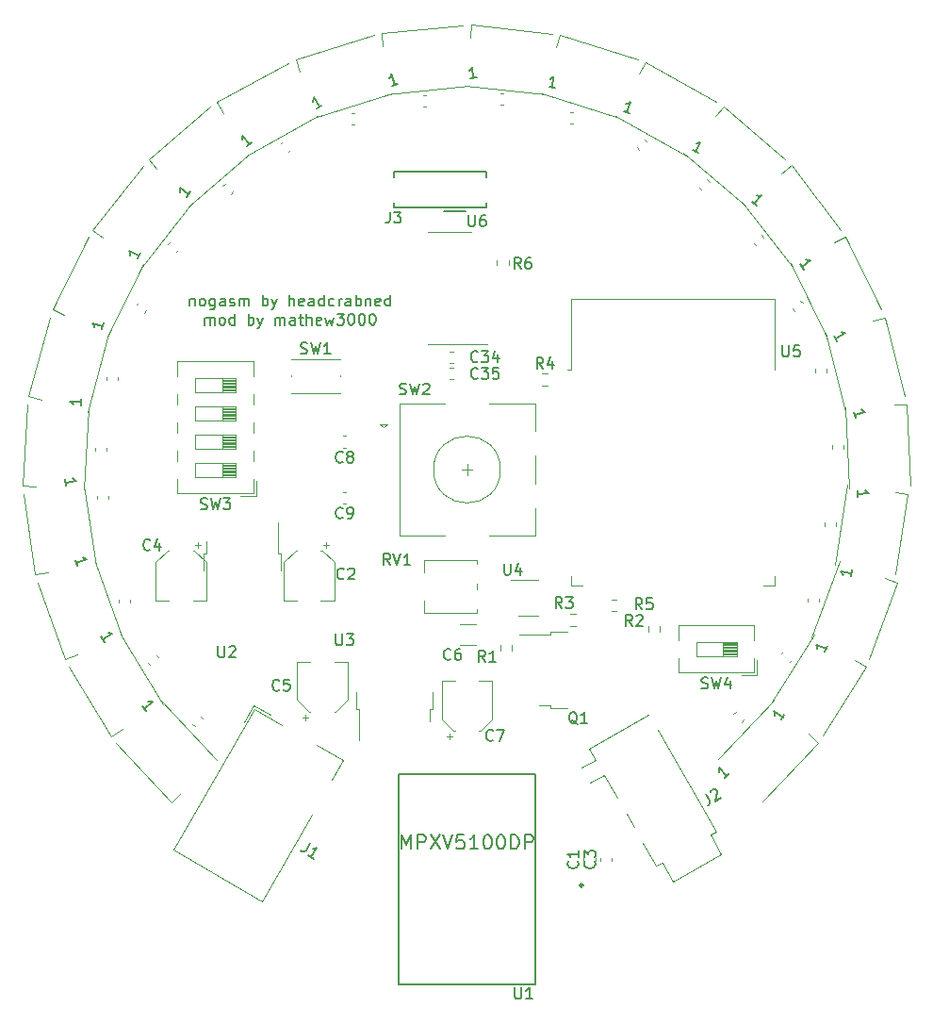
<source format=gbr>
%TF.GenerationSoftware,KiCad,Pcbnew,(5.1.9)-1*%
%TF.CreationDate,2021-08-26T18:25:25+02:00*%
%TF.ProjectId,nogasm,6e6f6761-736d-42e6-9b69-6361645f7063,rev?*%
%TF.SameCoordinates,Original*%
%TF.FileFunction,Legend,Top*%
%TF.FilePolarity,Positive*%
%FSLAX46Y46*%
G04 Gerber Fmt 4.6, Leading zero omitted, Abs format (unit mm)*
G04 Created by KiCad (PCBNEW (5.1.9)-1) date 2021-08-26 18:25:25*
%MOMM*%
%LPD*%
G01*
G04 APERTURE LIST*
%ADD10C,0.200000*%
%ADD11C,0.150000*%
%ADD12C,0.120000*%
%ADD13C,0.250000*%
G04 APERTURE END LIST*
D10*
X115100000Y-74635714D02*
X115100000Y-75302380D01*
X115100000Y-74730952D02*
X115147619Y-74683333D01*
X115242857Y-74635714D01*
X115385714Y-74635714D01*
X115480952Y-74683333D01*
X115528571Y-74778571D01*
X115528571Y-75302380D01*
X116147619Y-75302380D02*
X116052380Y-75254761D01*
X116004761Y-75207142D01*
X115957142Y-75111904D01*
X115957142Y-74826190D01*
X116004761Y-74730952D01*
X116052380Y-74683333D01*
X116147619Y-74635714D01*
X116290476Y-74635714D01*
X116385714Y-74683333D01*
X116433333Y-74730952D01*
X116480952Y-74826190D01*
X116480952Y-75111904D01*
X116433333Y-75207142D01*
X116385714Y-75254761D01*
X116290476Y-75302380D01*
X116147619Y-75302380D01*
X117338095Y-74635714D02*
X117338095Y-75445238D01*
X117290476Y-75540476D01*
X117242857Y-75588095D01*
X117147619Y-75635714D01*
X117004761Y-75635714D01*
X116909523Y-75588095D01*
X117338095Y-75254761D02*
X117242857Y-75302380D01*
X117052380Y-75302380D01*
X116957142Y-75254761D01*
X116909523Y-75207142D01*
X116861904Y-75111904D01*
X116861904Y-74826190D01*
X116909523Y-74730952D01*
X116957142Y-74683333D01*
X117052380Y-74635714D01*
X117242857Y-74635714D01*
X117338095Y-74683333D01*
X118242857Y-75302380D02*
X118242857Y-74778571D01*
X118195238Y-74683333D01*
X118100000Y-74635714D01*
X117909523Y-74635714D01*
X117814285Y-74683333D01*
X118242857Y-75254761D02*
X118147619Y-75302380D01*
X117909523Y-75302380D01*
X117814285Y-75254761D01*
X117766666Y-75159523D01*
X117766666Y-75064285D01*
X117814285Y-74969047D01*
X117909523Y-74921428D01*
X118147619Y-74921428D01*
X118242857Y-74873809D01*
X118671428Y-75254761D02*
X118766666Y-75302380D01*
X118957142Y-75302380D01*
X119052380Y-75254761D01*
X119100000Y-75159523D01*
X119100000Y-75111904D01*
X119052380Y-75016666D01*
X118957142Y-74969047D01*
X118814285Y-74969047D01*
X118719047Y-74921428D01*
X118671428Y-74826190D01*
X118671428Y-74778571D01*
X118719047Y-74683333D01*
X118814285Y-74635714D01*
X118957142Y-74635714D01*
X119052380Y-74683333D01*
X119528571Y-75302380D02*
X119528571Y-74635714D01*
X119528571Y-74730952D02*
X119576190Y-74683333D01*
X119671428Y-74635714D01*
X119814285Y-74635714D01*
X119909523Y-74683333D01*
X119957142Y-74778571D01*
X119957142Y-75302380D01*
X119957142Y-74778571D02*
X120004761Y-74683333D01*
X120100000Y-74635714D01*
X120242857Y-74635714D01*
X120338095Y-74683333D01*
X120385714Y-74778571D01*
X120385714Y-75302380D01*
X121623809Y-75302380D02*
X121623809Y-74302380D01*
X121623809Y-74683333D02*
X121719047Y-74635714D01*
X121909523Y-74635714D01*
X122004761Y-74683333D01*
X122052380Y-74730952D01*
X122100000Y-74826190D01*
X122100000Y-75111904D01*
X122052380Y-75207142D01*
X122004761Y-75254761D01*
X121909523Y-75302380D01*
X121719047Y-75302380D01*
X121623809Y-75254761D01*
X122433333Y-74635714D02*
X122671428Y-75302380D01*
X122909523Y-74635714D02*
X122671428Y-75302380D01*
X122576190Y-75540476D01*
X122528571Y-75588095D01*
X122433333Y-75635714D01*
X124052380Y-75302380D02*
X124052380Y-74302380D01*
X124480952Y-75302380D02*
X124480952Y-74778571D01*
X124433333Y-74683333D01*
X124338095Y-74635714D01*
X124195238Y-74635714D01*
X124100000Y-74683333D01*
X124052380Y-74730952D01*
X125338095Y-75254761D02*
X125242857Y-75302380D01*
X125052380Y-75302380D01*
X124957142Y-75254761D01*
X124909523Y-75159523D01*
X124909523Y-74778571D01*
X124957142Y-74683333D01*
X125052380Y-74635714D01*
X125242857Y-74635714D01*
X125338095Y-74683333D01*
X125385714Y-74778571D01*
X125385714Y-74873809D01*
X124909523Y-74969047D01*
X126242857Y-75302380D02*
X126242857Y-74778571D01*
X126195238Y-74683333D01*
X126100000Y-74635714D01*
X125909523Y-74635714D01*
X125814285Y-74683333D01*
X126242857Y-75254761D02*
X126147619Y-75302380D01*
X125909523Y-75302380D01*
X125814285Y-75254761D01*
X125766666Y-75159523D01*
X125766666Y-75064285D01*
X125814285Y-74969047D01*
X125909523Y-74921428D01*
X126147619Y-74921428D01*
X126242857Y-74873809D01*
X127147619Y-75302380D02*
X127147619Y-74302380D01*
X127147619Y-75254761D02*
X127052380Y-75302380D01*
X126861904Y-75302380D01*
X126766666Y-75254761D01*
X126719047Y-75207142D01*
X126671428Y-75111904D01*
X126671428Y-74826190D01*
X126719047Y-74730952D01*
X126766666Y-74683333D01*
X126861904Y-74635714D01*
X127052380Y-74635714D01*
X127147619Y-74683333D01*
X128052380Y-75254761D02*
X127957142Y-75302380D01*
X127766666Y-75302380D01*
X127671428Y-75254761D01*
X127623809Y-75207142D01*
X127576190Y-75111904D01*
X127576190Y-74826190D01*
X127623809Y-74730952D01*
X127671428Y-74683333D01*
X127766666Y-74635714D01*
X127957142Y-74635714D01*
X128052380Y-74683333D01*
X128480952Y-75302380D02*
X128480952Y-74635714D01*
X128480952Y-74826190D02*
X128528571Y-74730952D01*
X128576190Y-74683333D01*
X128671428Y-74635714D01*
X128766666Y-74635714D01*
X129528571Y-75302380D02*
X129528571Y-74778571D01*
X129480952Y-74683333D01*
X129385714Y-74635714D01*
X129195238Y-74635714D01*
X129100000Y-74683333D01*
X129528571Y-75254761D02*
X129433333Y-75302380D01*
X129195238Y-75302380D01*
X129100000Y-75254761D01*
X129052380Y-75159523D01*
X129052380Y-75064285D01*
X129100000Y-74969047D01*
X129195238Y-74921428D01*
X129433333Y-74921428D01*
X129528571Y-74873809D01*
X130004761Y-75302380D02*
X130004761Y-74302380D01*
X130004761Y-74683333D02*
X130100000Y-74635714D01*
X130290476Y-74635714D01*
X130385714Y-74683333D01*
X130433333Y-74730952D01*
X130480952Y-74826190D01*
X130480952Y-75111904D01*
X130433333Y-75207142D01*
X130385714Y-75254761D01*
X130290476Y-75302380D01*
X130100000Y-75302380D01*
X130004761Y-75254761D01*
X130909523Y-74635714D02*
X130909523Y-75302380D01*
X130909523Y-74730952D02*
X130957142Y-74683333D01*
X131052380Y-74635714D01*
X131195238Y-74635714D01*
X131290476Y-74683333D01*
X131338095Y-74778571D01*
X131338095Y-75302380D01*
X132195238Y-75254761D02*
X132100000Y-75302380D01*
X131909523Y-75302380D01*
X131814285Y-75254761D01*
X131766666Y-75159523D01*
X131766666Y-74778571D01*
X131814285Y-74683333D01*
X131909523Y-74635714D01*
X132100000Y-74635714D01*
X132195238Y-74683333D01*
X132242857Y-74778571D01*
X132242857Y-74873809D01*
X131766666Y-74969047D01*
X133100000Y-75302380D02*
X133100000Y-74302380D01*
X133100000Y-75254761D02*
X133004761Y-75302380D01*
X132814285Y-75302380D01*
X132719047Y-75254761D01*
X132671428Y-75207142D01*
X132623809Y-75111904D01*
X132623809Y-74826190D01*
X132671428Y-74730952D01*
X132719047Y-74683333D01*
X132814285Y-74635714D01*
X133004761Y-74635714D01*
X133100000Y-74683333D01*
X116457142Y-77002380D02*
X116457142Y-76335714D01*
X116457142Y-76430952D02*
X116504761Y-76383333D01*
X116600000Y-76335714D01*
X116742857Y-76335714D01*
X116838095Y-76383333D01*
X116885714Y-76478571D01*
X116885714Y-77002380D01*
X116885714Y-76478571D02*
X116933333Y-76383333D01*
X117028571Y-76335714D01*
X117171428Y-76335714D01*
X117266666Y-76383333D01*
X117314285Y-76478571D01*
X117314285Y-77002380D01*
X117933333Y-77002380D02*
X117838095Y-76954761D01*
X117790476Y-76907142D01*
X117742857Y-76811904D01*
X117742857Y-76526190D01*
X117790476Y-76430952D01*
X117838095Y-76383333D01*
X117933333Y-76335714D01*
X118076190Y-76335714D01*
X118171428Y-76383333D01*
X118219047Y-76430952D01*
X118266666Y-76526190D01*
X118266666Y-76811904D01*
X118219047Y-76907142D01*
X118171428Y-76954761D01*
X118076190Y-77002380D01*
X117933333Y-77002380D01*
X119123809Y-77002380D02*
X119123809Y-76002380D01*
X119123809Y-76954761D02*
X119028571Y-77002380D01*
X118838095Y-77002380D01*
X118742857Y-76954761D01*
X118695238Y-76907142D01*
X118647619Y-76811904D01*
X118647619Y-76526190D01*
X118695238Y-76430952D01*
X118742857Y-76383333D01*
X118838095Y-76335714D01*
X119028571Y-76335714D01*
X119123809Y-76383333D01*
X120361904Y-77002380D02*
X120361904Y-76002380D01*
X120361904Y-76383333D02*
X120457142Y-76335714D01*
X120647619Y-76335714D01*
X120742857Y-76383333D01*
X120790476Y-76430952D01*
X120838095Y-76526190D01*
X120838095Y-76811904D01*
X120790476Y-76907142D01*
X120742857Y-76954761D01*
X120647619Y-77002380D01*
X120457142Y-77002380D01*
X120361904Y-76954761D01*
X121171428Y-76335714D02*
X121409523Y-77002380D01*
X121647619Y-76335714D02*
X121409523Y-77002380D01*
X121314285Y-77240476D01*
X121266666Y-77288095D01*
X121171428Y-77335714D01*
X122790476Y-77002380D02*
X122790476Y-76335714D01*
X122790476Y-76430952D02*
X122838095Y-76383333D01*
X122933333Y-76335714D01*
X123076190Y-76335714D01*
X123171428Y-76383333D01*
X123219047Y-76478571D01*
X123219047Y-77002380D01*
X123219047Y-76478571D02*
X123266666Y-76383333D01*
X123361904Y-76335714D01*
X123504761Y-76335714D01*
X123600000Y-76383333D01*
X123647619Y-76478571D01*
X123647619Y-77002380D01*
X124552380Y-77002380D02*
X124552380Y-76478571D01*
X124504761Y-76383333D01*
X124409523Y-76335714D01*
X124219047Y-76335714D01*
X124123809Y-76383333D01*
X124552380Y-76954761D02*
X124457142Y-77002380D01*
X124219047Y-77002380D01*
X124123809Y-76954761D01*
X124076190Y-76859523D01*
X124076190Y-76764285D01*
X124123809Y-76669047D01*
X124219047Y-76621428D01*
X124457142Y-76621428D01*
X124552380Y-76573809D01*
X124885714Y-76335714D02*
X125266666Y-76335714D01*
X125028571Y-76002380D02*
X125028571Y-76859523D01*
X125076190Y-76954761D01*
X125171428Y-77002380D01*
X125266666Y-77002380D01*
X125600000Y-77002380D02*
X125600000Y-76002380D01*
X126028571Y-77002380D02*
X126028571Y-76478571D01*
X125980952Y-76383333D01*
X125885714Y-76335714D01*
X125742857Y-76335714D01*
X125647619Y-76383333D01*
X125600000Y-76430952D01*
X126885714Y-76954761D02*
X126790476Y-77002380D01*
X126600000Y-77002380D01*
X126504761Y-76954761D01*
X126457142Y-76859523D01*
X126457142Y-76478571D01*
X126504761Y-76383333D01*
X126600000Y-76335714D01*
X126790476Y-76335714D01*
X126885714Y-76383333D01*
X126933333Y-76478571D01*
X126933333Y-76573809D01*
X126457142Y-76669047D01*
X127266666Y-76335714D02*
X127457142Y-77002380D01*
X127647619Y-76526190D01*
X127838095Y-77002380D01*
X128028571Y-76335714D01*
X128314285Y-76002380D02*
X128933333Y-76002380D01*
X128599999Y-76383333D01*
X128742857Y-76383333D01*
X128838095Y-76430952D01*
X128885714Y-76478571D01*
X128933333Y-76573809D01*
X128933333Y-76811904D01*
X128885714Y-76907142D01*
X128838095Y-76954761D01*
X128742857Y-77002380D01*
X128457142Y-77002380D01*
X128361904Y-76954761D01*
X128314285Y-76907142D01*
X129552380Y-76002380D02*
X129647619Y-76002380D01*
X129742857Y-76050000D01*
X129790476Y-76097619D01*
X129838095Y-76192857D01*
X129885714Y-76383333D01*
X129885714Y-76621428D01*
X129838095Y-76811904D01*
X129790476Y-76907142D01*
X129742857Y-76954761D01*
X129647619Y-77002380D01*
X129552380Y-77002380D01*
X129457142Y-76954761D01*
X129409523Y-76907142D01*
X129361904Y-76811904D01*
X129314285Y-76621428D01*
X129314285Y-76383333D01*
X129361904Y-76192857D01*
X129409523Y-76097619D01*
X129457142Y-76050000D01*
X129552380Y-76002380D01*
X130504761Y-76002380D02*
X130599999Y-76002380D01*
X130695238Y-76050000D01*
X130742857Y-76097619D01*
X130790476Y-76192857D01*
X130838095Y-76383333D01*
X130838095Y-76621428D01*
X130790476Y-76811904D01*
X130742857Y-76907142D01*
X130695238Y-76954761D01*
X130599999Y-77002380D01*
X130504761Y-77002380D01*
X130409523Y-76954761D01*
X130361904Y-76907142D01*
X130314285Y-76811904D01*
X130266666Y-76621428D01*
X130266666Y-76383333D01*
X130314285Y-76192857D01*
X130361904Y-76097619D01*
X130409523Y-76050000D01*
X130504761Y-76002380D01*
X131457142Y-76002380D02*
X131552380Y-76002380D01*
X131647619Y-76050000D01*
X131695238Y-76097619D01*
X131742857Y-76192857D01*
X131790476Y-76383333D01*
X131790476Y-76621428D01*
X131742857Y-76811904D01*
X131695238Y-76907142D01*
X131647619Y-76954761D01*
X131552380Y-77002380D01*
X131457142Y-77002380D01*
X131361904Y-76954761D01*
X131314285Y-76907142D01*
X131266666Y-76811904D01*
X131219047Y-76621428D01*
X131219047Y-76383333D01*
X131266666Y-76192857D01*
X131314285Y-76097619D01*
X131361904Y-76050000D01*
X131457142Y-76002380D01*
D11*
%TO.C,J3*%
X139900000Y-66780000D02*
X137900000Y-66780000D01*
X133450000Y-63280000D02*
X133450000Y-63755000D01*
X141750000Y-63280000D02*
X133450000Y-63280000D01*
X141750000Y-63755000D02*
X141750000Y-63280000D01*
X133450000Y-66480000D02*
X133450000Y-66005000D01*
X141750000Y-66480000D02*
X133450000Y-66480000D01*
X141750000Y-66005000D02*
X141750000Y-66480000D01*
D12*
%TO.C,U5*%
X149380000Y-99600000D02*
X149380000Y-100380000D01*
X149380000Y-100380000D02*
X150380000Y-100380000D01*
X167620000Y-99600000D02*
X167620000Y-100380000D01*
X167620000Y-100380000D02*
X166620000Y-100380000D01*
X149380000Y-74635000D02*
X167620000Y-74635000D01*
X167620000Y-74635000D02*
X167620000Y-81055000D01*
X149380000Y-74635000D02*
X149380000Y-81055000D01*
X149380000Y-81055000D02*
X149000000Y-81055000D01*
%TO.C,U6*%
X138400000Y-68640000D02*
X136450000Y-68640000D01*
X138400000Y-68640000D02*
X140350000Y-68640000D01*
X138400000Y-78760000D02*
X136450000Y-78760000D01*
X138400000Y-78760000D02*
X141850000Y-78760000D01*
%TO.C,R6*%
X143722500Y-71162742D02*
X143722500Y-71637258D01*
X142677500Y-71162742D02*
X142677500Y-71637258D01*
%TO.C,C35*%
X138459420Y-80890000D02*
X138740580Y-80890000D01*
X138459420Y-81910000D02*
X138740580Y-81910000D01*
%TO.C,C34*%
X138459420Y-79390000D02*
X138740580Y-79390000D01*
X138459420Y-80410000D02*
X138740580Y-80410000D01*
%TO.C,C7*%
X142260000Y-108940000D02*
X141060000Y-108940000D01*
X137740000Y-108940000D02*
X138940000Y-108940000D01*
X137740000Y-112395563D02*
X137740000Y-108940000D01*
X142260000Y-112395563D02*
X142260000Y-108940000D01*
X141195563Y-113460000D02*
X141060000Y-113460000D01*
X138804437Y-113460000D02*
X138940000Y-113460000D01*
X138804437Y-113460000D02*
X137740000Y-112395563D01*
X141195563Y-113460000D02*
X142260000Y-112395563D01*
X138440000Y-114200000D02*
X138440000Y-113700000D01*
X138190000Y-113950000D02*
X138690000Y-113950000D01*
%TO.C,C5*%
X129260000Y-107240000D02*
X128060000Y-107240000D01*
X124740000Y-107240000D02*
X125940000Y-107240000D01*
X124740000Y-110695563D02*
X124740000Y-107240000D01*
X129260000Y-110695563D02*
X129260000Y-107240000D01*
X128195563Y-111760000D02*
X128060000Y-111760000D01*
X125804437Y-111760000D02*
X125940000Y-111760000D01*
X125804437Y-111760000D02*
X124740000Y-110695563D01*
X128195563Y-111760000D02*
X129260000Y-110695563D01*
X125440000Y-112500000D02*
X125440000Y-112000000D01*
X125190000Y-112250000D02*
X125690000Y-112250000D01*
%TO.C,C4*%
X112040000Y-101760000D02*
X113240000Y-101760000D01*
X116560000Y-101760000D02*
X115360000Y-101760000D01*
X116560000Y-98304437D02*
X116560000Y-101760000D01*
X112040000Y-98304437D02*
X112040000Y-101760000D01*
X113104437Y-97240000D02*
X113240000Y-97240000D01*
X115495563Y-97240000D02*
X115360000Y-97240000D01*
X115495563Y-97240000D02*
X116560000Y-98304437D01*
X113104437Y-97240000D02*
X112040000Y-98304437D01*
X115860000Y-96500000D02*
X115860000Y-97000000D01*
X116110000Y-96750000D02*
X115610000Y-96750000D01*
%TO.C,C2*%
X123540000Y-101760000D02*
X124740000Y-101760000D01*
X128060000Y-101760000D02*
X126860000Y-101760000D01*
X128060000Y-98304437D02*
X128060000Y-101760000D01*
X123540000Y-98304437D02*
X123540000Y-101760000D01*
X124604437Y-97240000D02*
X124740000Y-97240000D01*
X126995563Y-97240000D02*
X126860000Y-97240000D01*
X126995563Y-97240000D02*
X128060000Y-98304437D01*
X124604437Y-97240000D02*
X123540000Y-98304437D01*
X127360000Y-96500000D02*
X127360000Y-97000000D01*
X127610000Y-96750000D02*
X127110000Y-96750000D01*
%TO.C,U4*%
X144600000Y-103110000D02*
X146400000Y-103110000D01*
X146400000Y-99890000D02*
X143950000Y-99890000D01*
%TO.C,U3*%
X130025000Y-109970000D02*
X130025000Y-111470000D01*
X130025000Y-111470000D02*
X130295000Y-111470000D01*
X130295000Y-111470000D02*
X130295000Y-114300000D01*
X136925000Y-109970000D02*
X136925000Y-111470000D01*
X136925000Y-111470000D02*
X136655000Y-111470000D01*
X136655000Y-111470000D02*
X136655000Y-112570000D01*
%TO.C,U2*%
X123250000Y-99030000D02*
X123250000Y-97530000D01*
X123250000Y-97530000D02*
X122980000Y-97530000D01*
X122980000Y-97530000D02*
X122980000Y-94700000D01*
X116350000Y-99030000D02*
X116350000Y-97530000D01*
X116350000Y-97530000D02*
X116620000Y-97530000D01*
X116620000Y-97530000D02*
X116620000Y-96430000D01*
D11*
%TO.C,U1*%
X146159499Y-136263499D02*
X133840500Y-136263499D01*
X133840500Y-117340500D02*
X133840500Y-136263499D01*
X146159499Y-117340500D02*
X133840500Y-117340500D01*
X146159499Y-117340500D02*
X146159499Y-136263499D01*
D13*
X150409499Y-127322000D02*
G75*
G03*
X150409499Y-127322000I-125000J0D01*
G01*
D12*
%TO.C,SW4*%
X165810000Y-108210000D02*
X158990000Y-108210000D01*
X165810000Y-103990000D02*
X158990000Y-103990000D01*
X165810000Y-108210000D02*
X165810000Y-106900000D01*
X165810000Y-105300000D02*
X165810000Y-103990000D01*
X158990000Y-108210000D02*
X158990000Y-106900000D01*
X158990000Y-105300000D02*
X158990000Y-103990000D01*
X166050000Y-108450000D02*
X164667000Y-108450000D01*
X166050000Y-108450000D02*
X166050000Y-107067000D01*
X164210000Y-106735000D02*
X164210000Y-105465000D01*
X164210000Y-105465000D02*
X160590000Y-105465000D01*
X160590000Y-105465000D02*
X160590000Y-106735000D01*
X160590000Y-106735000D02*
X164210000Y-106735000D01*
X164210000Y-106615000D02*
X163003333Y-106615000D01*
X164210000Y-106495000D02*
X163003333Y-106495000D01*
X164210000Y-106375000D02*
X163003333Y-106375000D01*
X164210000Y-106255000D02*
X163003333Y-106255000D01*
X164210000Y-106135000D02*
X163003333Y-106135000D01*
X164210000Y-106015000D02*
X163003333Y-106015000D01*
X164210000Y-105895000D02*
X163003333Y-105895000D01*
X164210000Y-105775000D02*
X163003333Y-105775000D01*
X164210000Y-105655000D02*
X163003333Y-105655000D01*
X164210000Y-105535000D02*
X163003333Y-105535000D01*
X163003333Y-106735000D02*
X163003333Y-105465000D01*
%TO.C,SW3*%
X120810000Y-92120000D02*
X113990000Y-92120000D01*
X120810000Y-80280000D02*
X113990000Y-80280000D01*
X120810000Y-92120000D02*
X120810000Y-90810000D01*
X120810000Y-89210000D02*
X120810000Y-88270000D01*
X120810000Y-86670000D02*
X120810000Y-85730000D01*
X120810000Y-84130000D02*
X120810000Y-83190000D01*
X120810000Y-81590000D02*
X120810000Y-80280000D01*
X113990000Y-81590000D02*
X113990000Y-80280000D01*
X113990000Y-84130000D02*
X113990000Y-83190000D01*
X113990000Y-86670000D02*
X113990000Y-85730000D01*
X113990000Y-92120000D02*
X113990000Y-90810000D01*
X113990000Y-89210000D02*
X113990000Y-88270000D01*
X121050000Y-92360000D02*
X119667000Y-92360000D01*
X121050000Y-92360000D02*
X121050000Y-90977000D01*
X119210000Y-90645000D02*
X119210000Y-89375000D01*
X119210000Y-89375000D02*
X115590000Y-89375000D01*
X115590000Y-89375000D02*
X115590000Y-90645000D01*
X115590000Y-90645000D02*
X119210000Y-90645000D01*
X119210000Y-90525000D02*
X118003333Y-90525000D01*
X119210000Y-90405000D02*
X118003333Y-90405000D01*
X119210000Y-90285000D02*
X118003333Y-90285000D01*
X119210000Y-90165000D02*
X118003333Y-90165000D01*
X119210000Y-90045000D02*
X118003333Y-90045000D01*
X119210000Y-89925000D02*
X118003333Y-89925000D01*
X119210000Y-89805000D02*
X118003333Y-89805000D01*
X119210000Y-89685000D02*
X118003333Y-89685000D01*
X119210000Y-89565000D02*
X118003333Y-89565000D01*
X119210000Y-89445000D02*
X118003333Y-89445000D01*
X118003333Y-90645000D02*
X118003333Y-89375000D01*
X119210000Y-88105000D02*
X119210000Y-86835000D01*
X119210000Y-86835000D02*
X115590000Y-86835000D01*
X115590000Y-86835000D02*
X115590000Y-88105000D01*
X115590000Y-88105000D02*
X119210000Y-88105000D01*
X119210000Y-87985000D02*
X118003333Y-87985000D01*
X119210000Y-87865000D02*
X118003333Y-87865000D01*
X119210000Y-87745000D02*
X118003333Y-87745000D01*
X119210000Y-87625000D02*
X118003333Y-87625000D01*
X119210000Y-87505000D02*
X118003333Y-87505000D01*
X119210000Y-87385000D02*
X118003333Y-87385000D01*
X119210000Y-87265000D02*
X118003333Y-87265000D01*
X119210000Y-87145000D02*
X118003333Y-87145000D01*
X119210000Y-87025000D02*
X118003333Y-87025000D01*
X119210000Y-86905000D02*
X118003333Y-86905000D01*
X118003333Y-88105000D02*
X118003333Y-86835000D01*
X119210000Y-85565000D02*
X119210000Y-84295000D01*
X119210000Y-84295000D02*
X115590000Y-84295000D01*
X115590000Y-84295000D02*
X115590000Y-85565000D01*
X115590000Y-85565000D02*
X119210000Y-85565000D01*
X119210000Y-85445000D02*
X118003333Y-85445000D01*
X119210000Y-85325000D02*
X118003333Y-85325000D01*
X119210000Y-85205000D02*
X118003333Y-85205000D01*
X119210000Y-85085000D02*
X118003333Y-85085000D01*
X119210000Y-84965000D02*
X118003333Y-84965000D01*
X119210000Y-84845000D02*
X118003333Y-84845000D01*
X119210000Y-84725000D02*
X118003333Y-84725000D01*
X119210000Y-84605000D02*
X118003333Y-84605000D01*
X119210000Y-84485000D02*
X118003333Y-84485000D01*
X119210000Y-84365000D02*
X118003333Y-84365000D01*
X118003333Y-85565000D02*
X118003333Y-84295000D01*
X119210000Y-83025000D02*
X119210000Y-81755000D01*
X119210000Y-81755000D02*
X115590000Y-81755000D01*
X115590000Y-81755000D02*
X115590000Y-83025000D01*
X115590000Y-83025000D02*
X119210000Y-83025000D01*
X119210000Y-82905000D02*
X118003333Y-82905000D01*
X119210000Y-82785000D02*
X118003333Y-82785000D01*
X119210000Y-82665000D02*
X118003333Y-82665000D01*
X119210000Y-82545000D02*
X118003333Y-82545000D01*
X119210000Y-82425000D02*
X118003333Y-82425000D01*
X119210000Y-82305000D02*
X118003333Y-82305000D01*
X119210000Y-82185000D02*
X118003333Y-82185000D01*
X119210000Y-82065000D02*
X118003333Y-82065000D01*
X119210000Y-81945000D02*
X118003333Y-81945000D01*
X119210000Y-81825000D02*
X118003333Y-81825000D01*
X118003333Y-83025000D02*
X118003333Y-81755000D01*
%TO.C,SW2*%
X139500000Y-90000000D02*
X140500000Y-90000000D01*
X140000000Y-89500000D02*
X140000000Y-90500000D01*
X146100000Y-93500000D02*
X146100000Y-95900000D01*
X146100000Y-88700000D02*
X146100000Y-91300000D01*
X146100000Y-84100000D02*
X146100000Y-86500000D01*
X132800000Y-85900000D02*
X132500000Y-86200000D01*
X132200000Y-85900000D02*
X132800000Y-85900000D01*
X132500000Y-86200000D02*
X132200000Y-85900000D01*
X133900000Y-84100000D02*
X133900000Y-95900000D01*
X138000000Y-84100000D02*
X133900000Y-84100000D01*
X138000000Y-95900000D02*
X133900000Y-95900000D01*
X146100000Y-95900000D02*
X142000000Y-95900000D01*
X142000000Y-84100000D02*
X146100000Y-84100000D01*
X143000000Y-90000000D02*
G75*
G03*
X143000000Y-90000000I-3000000J0D01*
G01*
%TO.C,SW1*%
X128600000Y-81650000D02*
X128600000Y-81550000D01*
X124200000Y-83150000D02*
X128600000Y-83150000D01*
X128600000Y-80050000D02*
X124200000Y-80050000D01*
X124200000Y-81650000D02*
X124200000Y-81550000D01*
%TO.C,RV1*%
X140870000Y-102540000D02*
X140870000Y-102870000D01*
X140870000Y-98130000D02*
X140870000Y-98461000D01*
X140870000Y-100241000D02*
X140870000Y-100760000D01*
X136130000Y-98130000D02*
X136130000Y-99260000D01*
X136130000Y-101740000D02*
X136130000Y-102870000D01*
X140870000Y-98130000D02*
X136130000Y-98130000D01*
X140870000Y-102870000D02*
X136130000Y-102870000D01*
%TO.C,R5*%
X152962742Y-101677500D02*
X153437258Y-101677500D01*
X152962742Y-102722500D02*
X153437258Y-102722500D01*
%TO.C,R4*%
X146762742Y-81377500D02*
X147237258Y-81377500D01*
X146762742Y-82422500D02*
X147237258Y-82422500D01*
%TO.C,R3*%
X149737258Y-104022500D02*
X149262742Y-104022500D01*
X149737258Y-102977500D02*
X149262742Y-102977500D01*
%TO.C,R2*%
X156277500Y-104537258D02*
X156277500Y-104062742D01*
X157322500Y-104537258D02*
X157322500Y-104062742D01*
%TO.C,R1*%
X142977500Y-106237258D02*
X142977500Y-105762742D01*
X144022500Y-106237258D02*
X144022500Y-105762742D01*
%TO.C,Q1*%
X149030000Y-104550000D02*
X147530000Y-104550000D01*
X147530000Y-104550000D02*
X147530000Y-104820000D01*
X147530000Y-104820000D02*
X144700000Y-104820000D01*
X149030000Y-111450000D02*
X147530000Y-111450000D01*
X147530000Y-111450000D02*
X147530000Y-111180000D01*
X147530000Y-111180000D02*
X146430000Y-111180000D01*
%TO.C,J2*%
X152290321Y-117408623D02*
X151077886Y-118108623D01*
X151515321Y-116066283D02*
X150302886Y-116766283D01*
X157109679Y-113355995D02*
X162372179Y-122470912D01*
X151515321Y-116066283D02*
X150952821Y-115092005D01*
X153490321Y-119487083D02*
X152290321Y-117408623D01*
X154990321Y-122085160D02*
X154315321Y-120916025D01*
X157002821Y-125570912D02*
X155815321Y-123514102D01*
X156322179Y-111992005D02*
X150952821Y-115092005D01*
X157002821Y-125570912D02*
X157522436Y-125270912D01*
X161852564Y-122770912D02*
X162372179Y-122470912D01*
X158522436Y-127002963D02*
X162852564Y-124502963D01*
X157522436Y-125270912D02*
X158522436Y-127002963D01*
X161852564Y-122770912D02*
X162852564Y-124502963D01*
%TO.C,J1*%
X126083717Y-120956922D02*
X121583717Y-128751151D01*
X121583717Y-128751151D02*
X113616283Y-124151151D01*
X113616283Y-124151151D02*
X120916283Y-111507180D01*
X120916283Y-111507180D02*
X123341154Y-112907180D01*
X126458846Y-114707180D02*
X128883717Y-116107180D01*
X128883717Y-116107180D02*
X127883717Y-117839230D01*
X119958437Y-112686218D02*
X120828437Y-111179334D01*
X120828437Y-111179334D02*
X122335321Y-112049334D01*
%TO.C,D24*%
X162522120Y-116002903D02*
X167565561Y-110725243D01*
X166498439Y-119802757D02*
X171541880Y-114525097D01*
X171541880Y-114525097D02*
X170710468Y-113730582D01*
%TO.C,D23*%
X140142772Y-55578503D02*
X132876380Y-56278177D01*
X139615620Y-50103823D02*
X132349228Y-50803497D01*
X132349228Y-50803497D02*
X132459451Y-51948203D01*
%TO.C,D22*%
X167281810Y-110957649D02*
X171161020Y-104773659D01*
X171940980Y-113880341D02*
X175820190Y-107696351D01*
X175820190Y-107696351D02*
X174846000Y-107085243D01*
%TO.C,D21*%
X133234255Y-56248184D02*
X126256966Y-58394678D01*
X131617034Y-50991322D02*
X124639745Y-53137816D01*
X124639745Y-53137816D02*
X124977891Y-54236978D01*
%TO.C,D20*%
X170932895Y-105059783D02*
X173489408Y-98222076D01*
X176084592Y-106985924D02*
X178641105Y-100148217D01*
X178641105Y-100148217D02*
X177563932Y-99745478D01*
%TO.C,D19*%
X126600198Y-58289336D02*
X120197031Y-61794968D01*
X123958969Y-53465032D02*
X117555802Y-56970664D01*
X117555802Y-56970664D02*
X118108059Y-57979382D01*
%TO.C,D18*%
X173027417Y-98548600D02*
X174156803Y-91336493D01*
X178461197Y-99399507D02*
X179590583Y-92187400D01*
X179590583Y-92187400D02*
X178454429Y-92009483D01*
%TO.C,D17*%
X120510411Y-61620555D02*
X114942932Y-66342121D01*
X116953068Y-57425879D02*
X111385589Y-62147445D01*
X111385589Y-62147445D02*
X112129397Y-63024513D01*
%TO.C,D16*%
X174365991Y-91689491D02*
X174022114Y-84397595D01*
X179859886Y-91430405D02*
X179516009Y-84138509D01*
X179516009Y-84138509D02*
X178367285Y-84192682D01*
%TO.C,D15*%
X115212252Y-66105536D02*
X110707890Y-71850161D01*
X110884110Y-62711839D02*
X106379748Y-68456464D01*
X106379748Y-68456464D02*
X107284723Y-69166055D01*
%TO.C,D14*%
X174008753Y-84761155D02*
X172205660Y-77687340D01*
X179338340Y-83402660D02*
X177535247Y-76328845D01*
X177535247Y-76328845D02*
X176420879Y-76612894D01*
%TO.C,D13*%
X110921692Y-71560534D02*
X107664447Y-78093554D01*
X105999553Y-69106446D02*
X102742308Y-75639466D01*
X102742308Y-75639466D02*
X103771483Y-76152594D01*
%TO.C,D12*%
X172267543Y-78044591D02*
X169078890Y-71477819D01*
X177215110Y-75642181D02*
X174026457Y-69075409D01*
X174026457Y-69075409D02*
X172991966Y-69577731D01*
%TO.C,D11*%
X107813069Y-77769842D02*
X105936000Y-84824388D01*
X102498000Y-76355612D02*
X100620931Y-83410158D01*
X100620931Y-83410158D02*
X101732264Y-83705860D01*
%TO.C,D10*%
X169215258Y-71813834D02*
X164771299Y-66022354D01*
X173578701Y-68465646D02*
X169134742Y-62674166D01*
X169134742Y-62674166D02*
X168222386Y-63374242D01*
%TO.C,D9*%
X106011549Y-84475353D02*
X105591331Y-91763249D01*
X100520669Y-84158751D02*
X100100451Y-91446647D01*
X100100451Y-91446647D02*
X101248544Y-91512845D01*
%TO.C,D8*%
X164974328Y-66321401D02*
X159456598Y-61541793D01*
X168575402Y-62164207D02*
X163057672Y-57384599D01*
X163057672Y-57384599D02*
X162304720Y-58253830D01*
%TO.C,D7*%
X105592296Y-91405251D02*
X106646096Y-98628790D01*
X100149904Y-92199210D02*
X101203704Y-99422749D01*
X101203704Y-99422749D02*
X102341659Y-99256739D01*
%TO.C,D6*%
X159718251Y-61814436D02*
X153352145Y-58241945D01*
X162409855Y-57018055D02*
X156043749Y-53445564D01*
X156043749Y-53445564D02*
X155480959Y-54448443D01*
%TO.C,D5*%
X106573407Y-98279905D02*
X109058178Y-105144008D01*
X101401822Y-100151992D02*
X103886593Y-107016095D01*
X103886593Y-107016095D02*
X104967924Y-106624659D01*
%TO.C,D4*%
X153659123Y-58422540D02*
X146704695Y-56203098D01*
X155331305Y-53182902D02*
X148376877Y-50963460D01*
X148376877Y-50963460D02*
X148027238Y-52059021D01*
%TO.C,D3*%
X108910641Y-104817992D02*
X112724880Y-111042266D01*
X104221120Y-107691734D02*
X108035359Y-113916008D01*
X108035359Y-113916008D02*
X109015895Y-113315134D01*
%TO.C,D2*%
X147091107Y-56313293D02*
X139832440Y-55537565D01*
X147675560Y-50844435D02*
X140416893Y-50068707D01*
X140416893Y-50068707D02*
X140294689Y-51212195D01*
%TO.C,D1*%
X112513997Y-110753905D02*
X117501896Y-116084089D01*
X108498104Y-114511911D02*
X113486003Y-119842095D01*
X113486003Y-119842095D02*
X114325690Y-119056330D01*
%TO.C,C33*%
X171610000Y-101559420D02*
X171610000Y-101840580D01*
X170590000Y-101559420D02*
X170590000Y-101840580D01*
%TO.C,C32*%
X155961219Y-60339970D02*
X156160030Y-60538781D01*
X155239970Y-61061219D02*
X155438781Y-61260030D01*
%TO.C,C31*%
X161561219Y-63939970D02*
X161760030Y-64138781D01*
X160839970Y-64661219D02*
X161038781Y-64860030D01*
%TO.C,C30*%
X164860030Y-112461219D02*
X164661219Y-112660030D01*
X164138781Y-111739970D02*
X163939970Y-111938781D01*
%TO.C,C29*%
X142959420Y-56190000D02*
X143240580Y-56190000D01*
X142959420Y-57210000D02*
X143240580Y-57210000D01*
%TO.C,C28*%
X113139970Y-69738781D02*
X113338781Y-69539970D01*
X113861219Y-70460030D02*
X114060030Y-70261219D01*
%TO.C,C27*%
X149259420Y-57890000D02*
X149540580Y-57890000D01*
X149259420Y-58910000D02*
X149540580Y-58910000D01*
%TO.C,C26*%
X136059420Y-56390000D02*
X136340580Y-56390000D01*
X136059420Y-57410000D02*
X136340580Y-57410000D01*
%TO.C,C25*%
X129584420Y-57990000D02*
X129865580Y-57990000D01*
X129584420Y-59010000D02*
X129865580Y-59010000D01*
%TO.C,C24*%
X110287978Y-75190773D02*
X110486789Y-74991962D01*
X111009227Y-75912022D02*
X111208038Y-75713211D01*
%TO.C,C23*%
X123239970Y-60738781D02*
X123438781Y-60539970D01*
X123961219Y-61460030D02*
X124160030Y-61261219D01*
%TO.C,C22*%
X107590000Y-81940580D02*
X107590000Y-81659420D01*
X108610000Y-81940580D02*
X108610000Y-81659420D01*
%TO.C,C21*%
X118039970Y-64538781D02*
X118238781Y-64339970D01*
X118761219Y-65260030D02*
X118960030Y-65061219D01*
%TO.C,C20*%
X172310000Y-80959420D02*
X172310000Y-81240580D01*
X171290000Y-80959420D02*
X171290000Y-81240580D01*
%TO.C,C19*%
X166461219Y-68939970D02*
X166660030Y-69138781D01*
X165739970Y-69661219D02*
X165938781Y-69860030D01*
%TO.C,C18*%
X173810000Y-87834420D02*
X173810000Y-88115580D01*
X172790000Y-87834420D02*
X172790000Y-88115580D01*
%TO.C,C17*%
X173110000Y-94759420D02*
X173110000Y-95040580D01*
X172090000Y-94759420D02*
X172090000Y-95040580D01*
%TO.C,C16*%
X169961219Y-74839970D02*
X170160030Y-75038781D01*
X169239970Y-75561219D02*
X169438781Y-75760030D01*
%TO.C,C15*%
X111538781Y-107560030D02*
X111339970Y-107361219D01*
X112260030Y-106838781D02*
X112061219Y-106639970D01*
%TO.C,C14*%
X169160030Y-107061219D02*
X168961219Y-107260030D01*
X168438781Y-106339970D02*
X168239970Y-106538781D01*
%TO.C,C13*%
X108690000Y-101940580D02*
X108690000Y-101659420D01*
X109710000Y-101940580D02*
X109710000Y-101659420D01*
%TO.C,C12*%
X115538781Y-113060030D02*
X115339970Y-112861219D01*
X116260030Y-112338781D02*
X116061219Y-112139970D01*
%TO.C,C11*%
X106790000Y-92640580D02*
X106790000Y-92359420D01*
X107810000Y-92640580D02*
X107810000Y-92359420D01*
%TO.C,C10*%
X106590000Y-88315580D02*
X106590000Y-88034420D01*
X107610000Y-88315580D02*
X107610000Y-88034420D01*
%TO.C,C9*%
X129140580Y-93010000D02*
X128859420Y-93010000D01*
X129140580Y-91990000D02*
X128859420Y-91990000D01*
%TO.C,C8*%
X129140580Y-88010000D02*
X128859420Y-88010000D01*
X129140580Y-86990000D02*
X128859420Y-86990000D01*
%TO.C,C6*%
X140811252Y-105710000D02*
X139388748Y-105710000D01*
X140811252Y-103890000D02*
X139388748Y-103890000D01*
%TO.C,C3*%
X151990000Y-125140580D02*
X151990000Y-124859420D01*
X153010000Y-125140580D02*
X153010000Y-124859420D01*
%TO.C,C1*%
X150490000Y-125140580D02*
X150490000Y-124859420D01*
X151510000Y-125140580D02*
X151510000Y-124859420D01*
%TO.C,J3*%
D11*
X133066666Y-66852380D02*
X133066666Y-67566666D01*
X133019047Y-67709523D01*
X132923809Y-67804761D01*
X132780952Y-67852380D01*
X132685714Y-67852380D01*
X133447619Y-66852380D02*
X134066666Y-66852380D01*
X133733333Y-67233333D01*
X133876190Y-67233333D01*
X133971428Y-67280952D01*
X134019047Y-67328571D01*
X134066666Y-67423809D01*
X134066666Y-67661904D01*
X134019047Y-67757142D01*
X133971428Y-67804761D01*
X133876190Y-67852380D01*
X133590476Y-67852380D01*
X133495238Y-67804761D01*
X133447619Y-67757142D01*
%TO.C,U5*%
X168338095Y-78852380D02*
X168338095Y-79661904D01*
X168385714Y-79757142D01*
X168433333Y-79804761D01*
X168528571Y-79852380D01*
X168719047Y-79852380D01*
X168814285Y-79804761D01*
X168861904Y-79757142D01*
X168909523Y-79661904D01*
X168909523Y-78852380D01*
X169861904Y-78852380D02*
X169385714Y-78852380D01*
X169338095Y-79328571D01*
X169385714Y-79280952D01*
X169480952Y-79233333D01*
X169719047Y-79233333D01*
X169814285Y-79280952D01*
X169861904Y-79328571D01*
X169909523Y-79423809D01*
X169909523Y-79661904D01*
X169861904Y-79757142D01*
X169814285Y-79804761D01*
X169719047Y-79852380D01*
X169480952Y-79852380D01*
X169385714Y-79804761D01*
X169338095Y-79757142D01*
%TO.C,U6*%
X140138095Y-67152380D02*
X140138095Y-67961904D01*
X140185714Y-68057142D01*
X140233333Y-68104761D01*
X140328571Y-68152380D01*
X140519047Y-68152380D01*
X140614285Y-68104761D01*
X140661904Y-68057142D01*
X140709523Y-67961904D01*
X140709523Y-67152380D01*
X141614285Y-67152380D02*
X141423809Y-67152380D01*
X141328571Y-67200000D01*
X141280952Y-67247619D01*
X141185714Y-67390476D01*
X141138095Y-67580952D01*
X141138095Y-67961904D01*
X141185714Y-68057142D01*
X141233333Y-68104761D01*
X141328571Y-68152380D01*
X141519047Y-68152380D01*
X141614285Y-68104761D01*
X141661904Y-68057142D01*
X141709523Y-67961904D01*
X141709523Y-67723809D01*
X141661904Y-67628571D01*
X141614285Y-67580952D01*
X141519047Y-67533333D01*
X141328571Y-67533333D01*
X141233333Y-67580952D01*
X141185714Y-67628571D01*
X141138095Y-67723809D01*
%TO.C,R6*%
X144833333Y-71952380D02*
X144500000Y-71476190D01*
X144261904Y-71952380D02*
X144261904Y-70952380D01*
X144642857Y-70952380D01*
X144738095Y-71000000D01*
X144785714Y-71047619D01*
X144833333Y-71142857D01*
X144833333Y-71285714D01*
X144785714Y-71380952D01*
X144738095Y-71428571D01*
X144642857Y-71476190D01*
X144261904Y-71476190D01*
X145690476Y-70952380D02*
X145500000Y-70952380D01*
X145404761Y-71000000D01*
X145357142Y-71047619D01*
X145261904Y-71190476D01*
X145214285Y-71380952D01*
X145214285Y-71761904D01*
X145261904Y-71857142D01*
X145309523Y-71904761D01*
X145404761Y-71952380D01*
X145595238Y-71952380D01*
X145690476Y-71904761D01*
X145738095Y-71857142D01*
X145785714Y-71761904D01*
X145785714Y-71523809D01*
X145738095Y-71428571D01*
X145690476Y-71380952D01*
X145595238Y-71333333D01*
X145404761Y-71333333D01*
X145309523Y-71380952D01*
X145261904Y-71428571D01*
X145214285Y-71523809D01*
%TO.C,C35*%
X140957142Y-81757142D02*
X140909523Y-81804761D01*
X140766666Y-81852380D01*
X140671428Y-81852380D01*
X140528571Y-81804761D01*
X140433333Y-81709523D01*
X140385714Y-81614285D01*
X140338095Y-81423809D01*
X140338095Y-81280952D01*
X140385714Y-81090476D01*
X140433333Y-80995238D01*
X140528571Y-80900000D01*
X140671428Y-80852380D01*
X140766666Y-80852380D01*
X140909523Y-80900000D01*
X140957142Y-80947619D01*
X141290476Y-80852380D02*
X141909523Y-80852380D01*
X141576190Y-81233333D01*
X141719047Y-81233333D01*
X141814285Y-81280952D01*
X141861904Y-81328571D01*
X141909523Y-81423809D01*
X141909523Y-81661904D01*
X141861904Y-81757142D01*
X141814285Y-81804761D01*
X141719047Y-81852380D01*
X141433333Y-81852380D01*
X141338095Y-81804761D01*
X141290476Y-81757142D01*
X142814285Y-80852380D02*
X142338095Y-80852380D01*
X142290476Y-81328571D01*
X142338095Y-81280952D01*
X142433333Y-81233333D01*
X142671428Y-81233333D01*
X142766666Y-81280952D01*
X142814285Y-81328571D01*
X142861904Y-81423809D01*
X142861904Y-81661904D01*
X142814285Y-81757142D01*
X142766666Y-81804761D01*
X142671428Y-81852380D01*
X142433333Y-81852380D01*
X142338095Y-81804761D01*
X142290476Y-81757142D01*
%TO.C,C34*%
X140957142Y-80257142D02*
X140909523Y-80304761D01*
X140766666Y-80352380D01*
X140671428Y-80352380D01*
X140528571Y-80304761D01*
X140433333Y-80209523D01*
X140385714Y-80114285D01*
X140338095Y-79923809D01*
X140338095Y-79780952D01*
X140385714Y-79590476D01*
X140433333Y-79495238D01*
X140528571Y-79400000D01*
X140671428Y-79352380D01*
X140766666Y-79352380D01*
X140909523Y-79400000D01*
X140957142Y-79447619D01*
X141290476Y-79352380D02*
X141909523Y-79352380D01*
X141576190Y-79733333D01*
X141719047Y-79733333D01*
X141814285Y-79780952D01*
X141861904Y-79828571D01*
X141909523Y-79923809D01*
X141909523Y-80161904D01*
X141861904Y-80257142D01*
X141814285Y-80304761D01*
X141719047Y-80352380D01*
X141433333Y-80352380D01*
X141338095Y-80304761D01*
X141290476Y-80257142D01*
X142766666Y-79685714D02*
X142766666Y-80352380D01*
X142528571Y-79304761D02*
X142290476Y-80019047D01*
X142909523Y-80019047D01*
%TO.C,C7*%
X142333333Y-114257142D02*
X142285714Y-114304761D01*
X142142857Y-114352380D01*
X142047619Y-114352380D01*
X141904761Y-114304761D01*
X141809523Y-114209523D01*
X141761904Y-114114285D01*
X141714285Y-113923809D01*
X141714285Y-113780952D01*
X141761904Y-113590476D01*
X141809523Y-113495238D01*
X141904761Y-113400000D01*
X142047619Y-113352380D01*
X142142857Y-113352380D01*
X142285714Y-113400000D01*
X142333333Y-113447619D01*
X142666666Y-113352380D02*
X143333333Y-113352380D01*
X142904761Y-114352380D01*
%TO.C,C5*%
X123133333Y-109757142D02*
X123085714Y-109804761D01*
X122942857Y-109852380D01*
X122847619Y-109852380D01*
X122704761Y-109804761D01*
X122609523Y-109709523D01*
X122561904Y-109614285D01*
X122514285Y-109423809D01*
X122514285Y-109280952D01*
X122561904Y-109090476D01*
X122609523Y-108995238D01*
X122704761Y-108900000D01*
X122847619Y-108852380D01*
X122942857Y-108852380D01*
X123085714Y-108900000D01*
X123133333Y-108947619D01*
X124038095Y-108852380D02*
X123561904Y-108852380D01*
X123514285Y-109328571D01*
X123561904Y-109280952D01*
X123657142Y-109233333D01*
X123895238Y-109233333D01*
X123990476Y-109280952D01*
X124038095Y-109328571D01*
X124085714Y-109423809D01*
X124085714Y-109661904D01*
X124038095Y-109757142D01*
X123990476Y-109804761D01*
X123895238Y-109852380D01*
X123657142Y-109852380D01*
X123561904Y-109804761D01*
X123514285Y-109757142D01*
%TO.C,C4*%
X111533333Y-97157142D02*
X111485714Y-97204761D01*
X111342857Y-97252380D01*
X111247619Y-97252380D01*
X111104761Y-97204761D01*
X111009523Y-97109523D01*
X110961904Y-97014285D01*
X110914285Y-96823809D01*
X110914285Y-96680952D01*
X110961904Y-96490476D01*
X111009523Y-96395238D01*
X111104761Y-96300000D01*
X111247619Y-96252380D01*
X111342857Y-96252380D01*
X111485714Y-96300000D01*
X111533333Y-96347619D01*
X112390476Y-96585714D02*
X112390476Y-97252380D01*
X112152380Y-96204761D02*
X111914285Y-96919047D01*
X112533333Y-96919047D01*
%TO.C,C2*%
X128933333Y-99757142D02*
X128885714Y-99804761D01*
X128742857Y-99852380D01*
X128647619Y-99852380D01*
X128504761Y-99804761D01*
X128409523Y-99709523D01*
X128361904Y-99614285D01*
X128314285Y-99423809D01*
X128314285Y-99280952D01*
X128361904Y-99090476D01*
X128409523Y-98995238D01*
X128504761Y-98900000D01*
X128647619Y-98852380D01*
X128742857Y-98852380D01*
X128885714Y-98900000D01*
X128933333Y-98947619D01*
X129314285Y-98947619D02*
X129361904Y-98900000D01*
X129457142Y-98852380D01*
X129695238Y-98852380D01*
X129790476Y-98900000D01*
X129838095Y-98947619D01*
X129885714Y-99042857D01*
X129885714Y-99138095D01*
X129838095Y-99280952D01*
X129266666Y-99852380D01*
X129885714Y-99852380D01*
%TO.C,U4*%
X143338095Y-98452380D02*
X143338095Y-99261904D01*
X143385714Y-99357142D01*
X143433333Y-99404761D01*
X143528571Y-99452380D01*
X143719047Y-99452380D01*
X143814285Y-99404761D01*
X143861904Y-99357142D01*
X143909523Y-99261904D01*
X143909523Y-98452380D01*
X144814285Y-98785714D02*
X144814285Y-99452380D01*
X144576190Y-98404761D02*
X144338095Y-99119047D01*
X144957142Y-99119047D01*
%TO.C,U3*%
X128213095Y-104752380D02*
X128213095Y-105561904D01*
X128260714Y-105657142D01*
X128308333Y-105704761D01*
X128403571Y-105752380D01*
X128594047Y-105752380D01*
X128689285Y-105704761D01*
X128736904Y-105657142D01*
X128784523Y-105561904D01*
X128784523Y-104752380D01*
X129165476Y-104752380D02*
X129784523Y-104752380D01*
X129451190Y-105133333D01*
X129594047Y-105133333D01*
X129689285Y-105180952D01*
X129736904Y-105228571D01*
X129784523Y-105323809D01*
X129784523Y-105561904D01*
X129736904Y-105657142D01*
X129689285Y-105704761D01*
X129594047Y-105752380D01*
X129308333Y-105752380D01*
X129213095Y-105704761D01*
X129165476Y-105657142D01*
%TO.C,U2*%
X117638095Y-105852380D02*
X117638095Y-106661904D01*
X117685714Y-106757142D01*
X117733333Y-106804761D01*
X117828571Y-106852380D01*
X118019047Y-106852380D01*
X118114285Y-106804761D01*
X118161904Y-106757142D01*
X118209523Y-106661904D01*
X118209523Y-105852380D01*
X118638095Y-105947619D02*
X118685714Y-105900000D01*
X118780952Y-105852380D01*
X119019047Y-105852380D01*
X119114285Y-105900000D01*
X119161904Y-105947619D01*
X119209523Y-106042857D01*
X119209523Y-106138095D01*
X119161904Y-106280952D01*
X118590476Y-106852380D01*
X119209523Y-106852380D01*
%TO.C,U1*%
X144300094Y-136515879D02*
X144300094Y-137325403D01*
X144347713Y-137420641D01*
X144395332Y-137468260D01*
X144490570Y-137515879D01*
X144681046Y-137515879D01*
X144776284Y-137468260D01*
X144823903Y-137420641D01*
X144871522Y-137325403D01*
X144871522Y-136515879D01*
X145871522Y-137515879D02*
X145300094Y-137515879D01*
X145585808Y-137515879D02*
X145585808Y-136515879D01*
X145490570Y-136658737D01*
X145395332Y-136753975D01*
X145300094Y-136801594D01*
X134103571Y-124074523D02*
X134103571Y-122804523D01*
X134526904Y-123711666D01*
X134950238Y-122804523D01*
X134950238Y-124074523D01*
X135555000Y-124074523D02*
X135555000Y-122804523D01*
X136038809Y-122804523D01*
X136159761Y-122865000D01*
X136220238Y-122925476D01*
X136280714Y-123046428D01*
X136280714Y-123227857D01*
X136220238Y-123348809D01*
X136159761Y-123409285D01*
X136038809Y-123469761D01*
X135555000Y-123469761D01*
X136704047Y-122804523D02*
X137550714Y-124074523D01*
X137550714Y-122804523D02*
X136704047Y-124074523D01*
X137853095Y-122804523D02*
X138276428Y-124074523D01*
X138699761Y-122804523D01*
X139727857Y-122804523D02*
X139123095Y-122804523D01*
X139062619Y-123409285D01*
X139123095Y-123348809D01*
X139244047Y-123288333D01*
X139546428Y-123288333D01*
X139667380Y-123348809D01*
X139727857Y-123409285D01*
X139788333Y-123530238D01*
X139788333Y-123832619D01*
X139727857Y-123953571D01*
X139667380Y-124014047D01*
X139546428Y-124074523D01*
X139244047Y-124074523D01*
X139123095Y-124014047D01*
X139062619Y-123953571D01*
X140997857Y-124074523D02*
X140272142Y-124074523D01*
X140635000Y-124074523D02*
X140635000Y-122804523D01*
X140514047Y-122985952D01*
X140393095Y-123106904D01*
X140272142Y-123167380D01*
X141784047Y-122804523D02*
X141905000Y-122804523D01*
X142025952Y-122865000D01*
X142086428Y-122925476D01*
X142146904Y-123046428D01*
X142207380Y-123288333D01*
X142207380Y-123590714D01*
X142146904Y-123832619D01*
X142086428Y-123953571D01*
X142025952Y-124014047D01*
X141905000Y-124074523D01*
X141784047Y-124074523D01*
X141663095Y-124014047D01*
X141602619Y-123953571D01*
X141542142Y-123832619D01*
X141481666Y-123590714D01*
X141481666Y-123288333D01*
X141542142Y-123046428D01*
X141602619Y-122925476D01*
X141663095Y-122865000D01*
X141784047Y-122804523D01*
X142993571Y-122804523D02*
X143114523Y-122804523D01*
X143235476Y-122865000D01*
X143295952Y-122925476D01*
X143356428Y-123046428D01*
X143416904Y-123288333D01*
X143416904Y-123590714D01*
X143356428Y-123832619D01*
X143295952Y-123953571D01*
X143235476Y-124014047D01*
X143114523Y-124074523D01*
X142993571Y-124074523D01*
X142872619Y-124014047D01*
X142812142Y-123953571D01*
X142751666Y-123832619D01*
X142691190Y-123590714D01*
X142691190Y-123288333D01*
X142751666Y-123046428D01*
X142812142Y-122925476D01*
X142872619Y-122865000D01*
X142993571Y-122804523D01*
X143961190Y-124074523D02*
X143961190Y-122804523D01*
X144263571Y-122804523D01*
X144445000Y-122865000D01*
X144565952Y-122985952D01*
X144626428Y-123106904D01*
X144686904Y-123348809D01*
X144686904Y-123530238D01*
X144626428Y-123772142D01*
X144565952Y-123893095D01*
X144445000Y-124014047D01*
X144263571Y-124074523D01*
X143961190Y-124074523D01*
X145231190Y-124074523D02*
X145231190Y-122804523D01*
X145715000Y-122804523D01*
X145835952Y-122865000D01*
X145896428Y-122925476D01*
X145956904Y-123046428D01*
X145956904Y-123227857D01*
X145896428Y-123348809D01*
X145835952Y-123409285D01*
X145715000Y-123469761D01*
X145231190Y-123469761D01*
%TO.C,SW4*%
X161066666Y-109614761D02*
X161209523Y-109662380D01*
X161447619Y-109662380D01*
X161542857Y-109614761D01*
X161590476Y-109567142D01*
X161638095Y-109471904D01*
X161638095Y-109376666D01*
X161590476Y-109281428D01*
X161542857Y-109233809D01*
X161447619Y-109186190D01*
X161257142Y-109138571D01*
X161161904Y-109090952D01*
X161114285Y-109043333D01*
X161066666Y-108948095D01*
X161066666Y-108852857D01*
X161114285Y-108757619D01*
X161161904Y-108710000D01*
X161257142Y-108662380D01*
X161495238Y-108662380D01*
X161638095Y-108710000D01*
X161971428Y-108662380D02*
X162209523Y-109662380D01*
X162400000Y-108948095D01*
X162590476Y-109662380D01*
X162828571Y-108662380D01*
X163638095Y-108995714D02*
X163638095Y-109662380D01*
X163400000Y-108614761D02*
X163161904Y-109329047D01*
X163780952Y-109329047D01*
%TO.C,SW3*%
X116066666Y-93524761D02*
X116209523Y-93572380D01*
X116447619Y-93572380D01*
X116542857Y-93524761D01*
X116590476Y-93477142D01*
X116638095Y-93381904D01*
X116638095Y-93286666D01*
X116590476Y-93191428D01*
X116542857Y-93143809D01*
X116447619Y-93096190D01*
X116257142Y-93048571D01*
X116161904Y-93000952D01*
X116114285Y-92953333D01*
X116066666Y-92858095D01*
X116066666Y-92762857D01*
X116114285Y-92667619D01*
X116161904Y-92620000D01*
X116257142Y-92572380D01*
X116495238Y-92572380D01*
X116638095Y-92620000D01*
X116971428Y-92572380D02*
X117209523Y-93572380D01*
X117400000Y-92858095D01*
X117590476Y-93572380D01*
X117828571Y-92572380D01*
X118114285Y-92572380D02*
X118733333Y-92572380D01*
X118400000Y-92953333D01*
X118542857Y-92953333D01*
X118638095Y-93000952D01*
X118685714Y-93048571D01*
X118733333Y-93143809D01*
X118733333Y-93381904D01*
X118685714Y-93477142D01*
X118638095Y-93524761D01*
X118542857Y-93572380D01*
X118257142Y-93572380D01*
X118161904Y-93524761D01*
X118114285Y-93477142D01*
%TO.C,SW2*%
X133966666Y-83204761D02*
X134109523Y-83252380D01*
X134347619Y-83252380D01*
X134442857Y-83204761D01*
X134490476Y-83157142D01*
X134538095Y-83061904D01*
X134538095Y-82966666D01*
X134490476Y-82871428D01*
X134442857Y-82823809D01*
X134347619Y-82776190D01*
X134157142Y-82728571D01*
X134061904Y-82680952D01*
X134014285Y-82633333D01*
X133966666Y-82538095D01*
X133966666Y-82442857D01*
X134014285Y-82347619D01*
X134061904Y-82300000D01*
X134157142Y-82252380D01*
X134395238Y-82252380D01*
X134538095Y-82300000D01*
X134871428Y-82252380D02*
X135109523Y-83252380D01*
X135300000Y-82538095D01*
X135490476Y-83252380D01*
X135728571Y-82252380D01*
X136061904Y-82347619D02*
X136109523Y-82300000D01*
X136204761Y-82252380D01*
X136442857Y-82252380D01*
X136538095Y-82300000D01*
X136585714Y-82347619D01*
X136633333Y-82442857D01*
X136633333Y-82538095D01*
X136585714Y-82680952D01*
X136014285Y-83252380D01*
X136633333Y-83252380D01*
%TO.C,SW1*%
X125066666Y-79554761D02*
X125209523Y-79602380D01*
X125447619Y-79602380D01*
X125542857Y-79554761D01*
X125590476Y-79507142D01*
X125638095Y-79411904D01*
X125638095Y-79316666D01*
X125590476Y-79221428D01*
X125542857Y-79173809D01*
X125447619Y-79126190D01*
X125257142Y-79078571D01*
X125161904Y-79030952D01*
X125114285Y-78983333D01*
X125066666Y-78888095D01*
X125066666Y-78792857D01*
X125114285Y-78697619D01*
X125161904Y-78650000D01*
X125257142Y-78602380D01*
X125495238Y-78602380D01*
X125638095Y-78650000D01*
X125971428Y-78602380D02*
X126209523Y-79602380D01*
X126400000Y-78888095D01*
X126590476Y-79602380D01*
X126828571Y-78602380D01*
X127733333Y-79602380D02*
X127161904Y-79602380D01*
X127447619Y-79602380D02*
X127447619Y-78602380D01*
X127352380Y-78745238D01*
X127257142Y-78840476D01*
X127161904Y-78888095D01*
%TO.C,RV1*%
X133104761Y-98552380D02*
X132771428Y-98076190D01*
X132533333Y-98552380D02*
X132533333Y-97552380D01*
X132914285Y-97552380D01*
X133009523Y-97600000D01*
X133057142Y-97647619D01*
X133104761Y-97742857D01*
X133104761Y-97885714D01*
X133057142Y-97980952D01*
X133009523Y-98028571D01*
X132914285Y-98076190D01*
X132533333Y-98076190D01*
X133390476Y-97552380D02*
X133723809Y-98552380D01*
X134057142Y-97552380D01*
X134914285Y-98552380D02*
X134342857Y-98552380D01*
X134628571Y-98552380D02*
X134628571Y-97552380D01*
X134533333Y-97695238D01*
X134438095Y-97790476D01*
X134342857Y-97838095D01*
%TO.C,R5*%
X155733333Y-102552380D02*
X155400000Y-102076190D01*
X155161904Y-102552380D02*
X155161904Y-101552380D01*
X155542857Y-101552380D01*
X155638095Y-101600000D01*
X155685714Y-101647619D01*
X155733333Y-101742857D01*
X155733333Y-101885714D01*
X155685714Y-101980952D01*
X155638095Y-102028571D01*
X155542857Y-102076190D01*
X155161904Y-102076190D01*
X156638095Y-101552380D02*
X156161904Y-101552380D01*
X156114285Y-102028571D01*
X156161904Y-101980952D01*
X156257142Y-101933333D01*
X156495238Y-101933333D01*
X156590476Y-101980952D01*
X156638095Y-102028571D01*
X156685714Y-102123809D01*
X156685714Y-102361904D01*
X156638095Y-102457142D01*
X156590476Y-102504761D01*
X156495238Y-102552380D01*
X156257142Y-102552380D01*
X156161904Y-102504761D01*
X156114285Y-102457142D01*
%TO.C,R4*%
X146833333Y-80922380D02*
X146500000Y-80446190D01*
X146261904Y-80922380D02*
X146261904Y-79922380D01*
X146642857Y-79922380D01*
X146738095Y-79970000D01*
X146785714Y-80017619D01*
X146833333Y-80112857D01*
X146833333Y-80255714D01*
X146785714Y-80350952D01*
X146738095Y-80398571D01*
X146642857Y-80446190D01*
X146261904Y-80446190D01*
X147690476Y-80255714D02*
X147690476Y-80922380D01*
X147452380Y-79874761D02*
X147214285Y-80589047D01*
X147833333Y-80589047D01*
%TO.C,R3*%
X148533333Y-102452380D02*
X148200000Y-101976190D01*
X147961904Y-102452380D02*
X147961904Y-101452380D01*
X148342857Y-101452380D01*
X148438095Y-101500000D01*
X148485714Y-101547619D01*
X148533333Y-101642857D01*
X148533333Y-101785714D01*
X148485714Y-101880952D01*
X148438095Y-101928571D01*
X148342857Y-101976190D01*
X147961904Y-101976190D01*
X148866666Y-101452380D02*
X149485714Y-101452380D01*
X149152380Y-101833333D01*
X149295238Y-101833333D01*
X149390476Y-101880952D01*
X149438095Y-101928571D01*
X149485714Y-102023809D01*
X149485714Y-102261904D01*
X149438095Y-102357142D01*
X149390476Y-102404761D01*
X149295238Y-102452380D01*
X149009523Y-102452380D01*
X148914285Y-102404761D01*
X148866666Y-102357142D01*
%TO.C,R2*%
X154833333Y-104052380D02*
X154500000Y-103576190D01*
X154261904Y-104052380D02*
X154261904Y-103052380D01*
X154642857Y-103052380D01*
X154738095Y-103100000D01*
X154785714Y-103147619D01*
X154833333Y-103242857D01*
X154833333Y-103385714D01*
X154785714Y-103480952D01*
X154738095Y-103528571D01*
X154642857Y-103576190D01*
X154261904Y-103576190D01*
X155214285Y-103147619D02*
X155261904Y-103100000D01*
X155357142Y-103052380D01*
X155595238Y-103052380D01*
X155690476Y-103100000D01*
X155738095Y-103147619D01*
X155785714Y-103242857D01*
X155785714Y-103338095D01*
X155738095Y-103480952D01*
X155166666Y-104052380D01*
X155785714Y-104052380D01*
%TO.C,R1*%
X141633333Y-107252380D02*
X141300000Y-106776190D01*
X141061904Y-107252380D02*
X141061904Y-106252380D01*
X141442857Y-106252380D01*
X141538095Y-106300000D01*
X141585714Y-106347619D01*
X141633333Y-106442857D01*
X141633333Y-106585714D01*
X141585714Y-106680952D01*
X141538095Y-106728571D01*
X141442857Y-106776190D01*
X141061904Y-106776190D01*
X142585714Y-107252380D02*
X142014285Y-107252380D01*
X142300000Y-107252380D02*
X142300000Y-106252380D01*
X142204761Y-106395238D01*
X142109523Y-106490476D01*
X142014285Y-106538095D01*
%TO.C,Q1*%
X149904761Y-112847619D02*
X149809523Y-112800000D01*
X149714285Y-112704761D01*
X149571428Y-112561904D01*
X149476190Y-112514285D01*
X149380952Y-112514285D01*
X149428571Y-112752380D02*
X149333333Y-112704761D01*
X149238095Y-112609523D01*
X149190476Y-112419047D01*
X149190476Y-112085714D01*
X149238095Y-111895238D01*
X149333333Y-111800000D01*
X149428571Y-111752380D01*
X149619047Y-111752380D01*
X149714285Y-111800000D01*
X149809523Y-111895238D01*
X149857142Y-112085714D01*
X149857142Y-112419047D01*
X149809523Y-112609523D01*
X149714285Y-112704761D01*
X149619047Y-112752380D01*
X149428571Y-112752380D01*
X150809523Y-112752380D02*
X150238095Y-112752380D01*
X150523809Y-112752380D02*
X150523809Y-111752380D01*
X150428571Y-111895238D01*
X150333333Y-111990476D01*
X150238095Y-112038095D01*
%TO.C,J2*%
X161437515Y-119092414D02*
X161794658Y-119711004D01*
X161824847Y-119858531D01*
X161789987Y-119988629D01*
X161690079Y-120101297D01*
X161607600Y-120148916D01*
X161856288Y-118960607D02*
X161873717Y-118895558D01*
X161932387Y-118806700D01*
X162138583Y-118687652D01*
X162244871Y-118681273D01*
X162309920Y-118698702D01*
X162398778Y-118757371D01*
X162446397Y-118839850D01*
X162476587Y-118987377D01*
X162267429Y-119767963D01*
X162803540Y-119458440D01*
%TO.C,J1*%
X125885135Y-123559081D02*
X125527992Y-124177670D01*
X125415324Y-124277579D01*
X125285226Y-124312438D01*
X125137699Y-124282249D01*
X125055220Y-124234630D01*
X126251160Y-124925106D02*
X125756289Y-124639392D01*
X126003724Y-124782249D02*
X126503724Y-123916224D01*
X126349817Y-123992323D01*
X126219720Y-124027182D01*
X126113431Y-124020802D01*
%TO.C,D24*%
X163532542Y-117264882D02*
X163137752Y-117678006D01*
X163335147Y-117471444D02*
X162612180Y-116780561D01*
X162649663Y-116948113D01*
X162652718Y-117082765D01*
X162621347Y-117184518D01*
%TO.C,D23*%
X140858004Y-54808787D02*
X140289206Y-54863556D01*
X140573605Y-54836172D02*
X140477760Y-53840776D01*
X140396652Y-53992103D01*
X140310981Y-54096031D01*
X140220745Y-54152559D01*
%TO.C,D22*%
X168525350Y-111990677D02*
X168221694Y-112474747D01*
X168373522Y-112232712D02*
X167526400Y-111701314D01*
X167596808Y-111857906D01*
X167626877Y-111989194D01*
X167616607Y-112095177D01*
%TO.C,D21*%
X133780107Y-55350372D02*
X133233940Y-55518395D01*
X133507024Y-55434383D02*
X133212983Y-54478590D01*
X133163961Y-54643136D01*
X133100937Y-54762167D01*
X133023911Y-54835685D01*
%TO.C,D20*%
X172358755Y-105821664D02*
X172158637Y-106356905D01*
X172258696Y-106089285D02*
X171322024Y-105739077D01*
X171422481Y-105878314D01*
X171478335Y-106000874D01*
X171489585Y-106106757D01*
%TO.C,D19*%
X126954371Y-57300103D02*
X126453144Y-57574516D01*
X126703757Y-57437310D02*
X126223534Y-56560164D01*
X126208600Y-56731206D01*
X126170797Y-56860479D01*
X126110127Y-56947983D01*
%TO.C,D18*%
X174577353Y-99008210D02*
X174488947Y-99572759D01*
X174533150Y-99290485D02*
X173545190Y-99135774D01*
X173671593Y-99251967D01*
X173750950Y-99360793D01*
X173783261Y-99462251D01*
%TO.C,D17*%
X120658437Y-60580311D02*
X120222627Y-60949905D01*
X120440532Y-60765108D02*
X119793742Y-60002440D01*
X119813506Y-60172991D01*
X119802470Y-60307226D01*
X119760634Y-60405142D01*
%TO.C,D16*%
X175099848Y-92441470D02*
X175072930Y-91870675D01*
X175086389Y-92156073D02*
X176085279Y-92108966D01*
X175938094Y-92020563D01*
X175838475Y-91929917D01*
X175786423Y-91837028D01*
%TO.C,D15*%
X115148085Y-65056773D02*
X114795493Y-65506450D01*
X114971789Y-65281612D02*
X114184854Y-64664576D01*
X114238508Y-64827670D01*
X114254689Y-64961382D01*
X114233397Y-65065710D01*
%TO.C,D14*%
X174878827Y-85350213D02*
X174737685Y-84796490D01*
X174808256Y-85073351D02*
X175777272Y-84826352D01*
X175615317Y-84769350D01*
X175499507Y-84700587D01*
X175429839Y-84620062D01*
%TO.C,D13*%
X110647952Y-70546094D02*
X110392982Y-71057485D01*
X110520467Y-70801790D02*
X109625532Y-70355592D01*
X109710885Y-70504566D01*
X109753622Y-70632293D01*
X109753743Y-70738773D01*
%TO.C,D12*%
X173238292Y-78446665D02*
X172988691Y-77932632D01*
X173113492Y-78189648D02*
X174013049Y-77752847D01*
X173842941Y-77729575D01*
X173715669Y-77685503D01*
X173631232Y-77620631D01*
%TO.C,D11*%
X107340939Y-76831166D02*
X107194006Y-77383381D01*
X107267473Y-77107273D02*
X106301097Y-76850141D01*
X106414661Y-76978910D01*
X106482208Y-77095434D01*
X106503737Y-77199715D01*
%TO.C,D10*%
X170247028Y-72012499D02*
X169899165Y-71559154D01*
X170073097Y-71785827D02*
X170866450Y-71177065D01*
X170695136Y-71188474D01*
X170561602Y-71170893D01*
X170465846Y-71124325D01*
%TO.C,D9*%
X105360315Y-83650784D02*
X105327421Y-84221265D01*
X105343868Y-83936024D02*
X104345527Y-83878460D01*
X104482664Y-83981764D01*
X104572262Y-84082326D01*
X104614320Y-84180148D01*
%TO.C,D8*%
X166024972Y-66308542D02*
X165593056Y-65934404D01*
X165809014Y-66121473D02*
X166463755Y-65365620D01*
X166298235Y-65411243D01*
X166163892Y-65420872D01*
X166060728Y-65394509D01*
%TO.C,D7*%
X103975765Y-91424523D02*
X103893275Y-90859080D01*
X103934520Y-91141801D02*
X104924046Y-90997445D01*
X104768937Y-90923827D01*
X104660948Y-90843335D01*
X104600079Y-90755968D01*
%TO.C,D6*%
X160744851Y-61590579D02*
X160246526Y-61310931D01*
X160495688Y-61450755D02*
X160985071Y-60578686D01*
X160832105Y-60656659D01*
X160702443Y-60693106D01*
X160596084Y-60688025D01*
%TO.C,D5*%
X104993768Y-98623831D02*
X104799266Y-98086524D01*
X104896517Y-98355178D02*
X105836805Y-98014798D01*
X105670061Y-97973873D01*
X105548093Y-97916738D01*
X105470900Y-97843396D01*
%TO.C,D4*%
X154619742Y-57996828D02*
X154075364Y-57823095D01*
X154347553Y-57909961D02*
X154651586Y-56957300D01*
X154517423Y-57064439D01*
X154397738Y-57126213D01*
X154292530Y-57142622D01*
%TO.C,D3*%
X107432422Y-105472525D02*
X107133851Y-104985302D01*
X107283136Y-105228914D02*
X108135776Y-104706415D01*
X107964209Y-104699854D01*
X107833243Y-104668412D01*
X107742880Y-104612089D01*
%TO.C,D2*%
X147946504Y-55703117D02*
X147378311Y-55642395D01*
X147662408Y-55672756D02*
X147768672Y-54678418D01*
X147658792Y-54810346D01*
X147553973Y-54894924D01*
X147454214Y-54932153D01*
%TO.C,D1*%
X111197582Y-111692306D02*
X110807140Y-111275071D01*
X111002361Y-111483689D02*
X111732523Y-110800415D01*
X111563141Y-110828486D01*
X111428528Y-110824020D01*
X111328684Y-110787018D01*
%TO.C,C9*%
X128833333Y-94287142D02*
X128785714Y-94334761D01*
X128642857Y-94382380D01*
X128547619Y-94382380D01*
X128404761Y-94334761D01*
X128309523Y-94239523D01*
X128261904Y-94144285D01*
X128214285Y-93953809D01*
X128214285Y-93810952D01*
X128261904Y-93620476D01*
X128309523Y-93525238D01*
X128404761Y-93430000D01*
X128547619Y-93382380D01*
X128642857Y-93382380D01*
X128785714Y-93430000D01*
X128833333Y-93477619D01*
X129309523Y-94382380D02*
X129500000Y-94382380D01*
X129595238Y-94334761D01*
X129642857Y-94287142D01*
X129738095Y-94144285D01*
X129785714Y-93953809D01*
X129785714Y-93572857D01*
X129738095Y-93477619D01*
X129690476Y-93430000D01*
X129595238Y-93382380D01*
X129404761Y-93382380D01*
X129309523Y-93430000D01*
X129261904Y-93477619D01*
X129214285Y-93572857D01*
X129214285Y-93810952D01*
X129261904Y-93906190D01*
X129309523Y-93953809D01*
X129404761Y-94001428D01*
X129595238Y-94001428D01*
X129690476Y-93953809D01*
X129738095Y-93906190D01*
X129785714Y-93810952D01*
%TO.C,C8*%
X128833333Y-89287142D02*
X128785714Y-89334761D01*
X128642857Y-89382380D01*
X128547619Y-89382380D01*
X128404761Y-89334761D01*
X128309523Y-89239523D01*
X128261904Y-89144285D01*
X128214285Y-88953809D01*
X128214285Y-88810952D01*
X128261904Y-88620476D01*
X128309523Y-88525238D01*
X128404761Y-88430000D01*
X128547619Y-88382380D01*
X128642857Y-88382380D01*
X128785714Y-88430000D01*
X128833333Y-88477619D01*
X129404761Y-88810952D02*
X129309523Y-88763333D01*
X129261904Y-88715714D01*
X129214285Y-88620476D01*
X129214285Y-88572857D01*
X129261904Y-88477619D01*
X129309523Y-88430000D01*
X129404761Y-88382380D01*
X129595238Y-88382380D01*
X129690476Y-88430000D01*
X129738095Y-88477619D01*
X129785714Y-88572857D01*
X129785714Y-88620476D01*
X129738095Y-88715714D01*
X129690476Y-88763333D01*
X129595238Y-88810952D01*
X129404761Y-88810952D01*
X129309523Y-88858571D01*
X129261904Y-88906190D01*
X129214285Y-89001428D01*
X129214285Y-89191904D01*
X129261904Y-89287142D01*
X129309523Y-89334761D01*
X129404761Y-89382380D01*
X129595238Y-89382380D01*
X129690476Y-89334761D01*
X129738095Y-89287142D01*
X129785714Y-89191904D01*
X129785714Y-89001428D01*
X129738095Y-88906190D01*
X129690476Y-88858571D01*
X129595238Y-88810952D01*
%TO.C,C6*%
X138533333Y-107007142D02*
X138485714Y-107054761D01*
X138342857Y-107102380D01*
X138247619Y-107102380D01*
X138104761Y-107054761D01*
X138009523Y-106959523D01*
X137961904Y-106864285D01*
X137914285Y-106673809D01*
X137914285Y-106530952D01*
X137961904Y-106340476D01*
X138009523Y-106245238D01*
X138104761Y-106150000D01*
X138247619Y-106102380D01*
X138342857Y-106102380D01*
X138485714Y-106150000D01*
X138533333Y-106197619D01*
X139390476Y-106102380D02*
X139200000Y-106102380D01*
X139104761Y-106150000D01*
X139057142Y-106197619D01*
X138961904Y-106340476D01*
X138914285Y-106530952D01*
X138914285Y-106911904D01*
X138961904Y-107007142D01*
X139009523Y-107054761D01*
X139104761Y-107102380D01*
X139295238Y-107102380D01*
X139390476Y-107054761D01*
X139438095Y-107007142D01*
X139485714Y-106911904D01*
X139485714Y-106673809D01*
X139438095Y-106578571D01*
X139390476Y-106530952D01*
X139295238Y-106483333D01*
X139104761Y-106483333D01*
X139009523Y-106530952D01*
X138961904Y-106578571D01*
X138914285Y-106673809D01*
%TO.C,C3*%
X151427142Y-125166666D02*
X151474761Y-125214285D01*
X151522380Y-125357142D01*
X151522380Y-125452380D01*
X151474761Y-125595238D01*
X151379523Y-125690476D01*
X151284285Y-125738095D01*
X151093809Y-125785714D01*
X150950952Y-125785714D01*
X150760476Y-125738095D01*
X150665238Y-125690476D01*
X150570000Y-125595238D01*
X150522380Y-125452380D01*
X150522380Y-125357142D01*
X150570000Y-125214285D01*
X150617619Y-125166666D01*
X150522380Y-124833333D02*
X150522380Y-124214285D01*
X150903333Y-124547619D01*
X150903333Y-124404761D01*
X150950952Y-124309523D01*
X150998571Y-124261904D01*
X151093809Y-124214285D01*
X151331904Y-124214285D01*
X151427142Y-124261904D01*
X151474761Y-124309523D01*
X151522380Y-124404761D01*
X151522380Y-124690476D01*
X151474761Y-124785714D01*
X151427142Y-124833333D01*
%TO.C,C1*%
X149927142Y-125166666D02*
X149974761Y-125214285D01*
X150022380Y-125357142D01*
X150022380Y-125452380D01*
X149974761Y-125595238D01*
X149879523Y-125690476D01*
X149784285Y-125738095D01*
X149593809Y-125785714D01*
X149450952Y-125785714D01*
X149260476Y-125738095D01*
X149165238Y-125690476D01*
X149070000Y-125595238D01*
X149022380Y-125452380D01*
X149022380Y-125357142D01*
X149070000Y-125214285D01*
X149117619Y-125166666D01*
X150022380Y-124214285D02*
X150022380Y-124785714D01*
X150022380Y-124500000D02*
X149022380Y-124500000D01*
X149165238Y-124595238D01*
X149260476Y-124690476D01*
X149308095Y-124785714D01*
%TD*%
M02*

</source>
